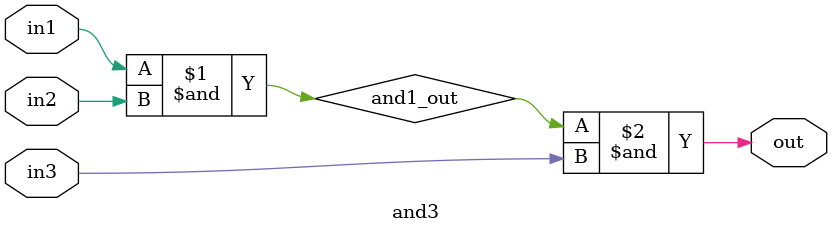
<source format=v>

module and3(out, in1, in2, in3);
  input in1, in2, in3;
  output out;
  wire and1_out;

  and and1(and1_out, in1, in2);
  and and2(out, and1_out, in3);
endmodule


</source>
